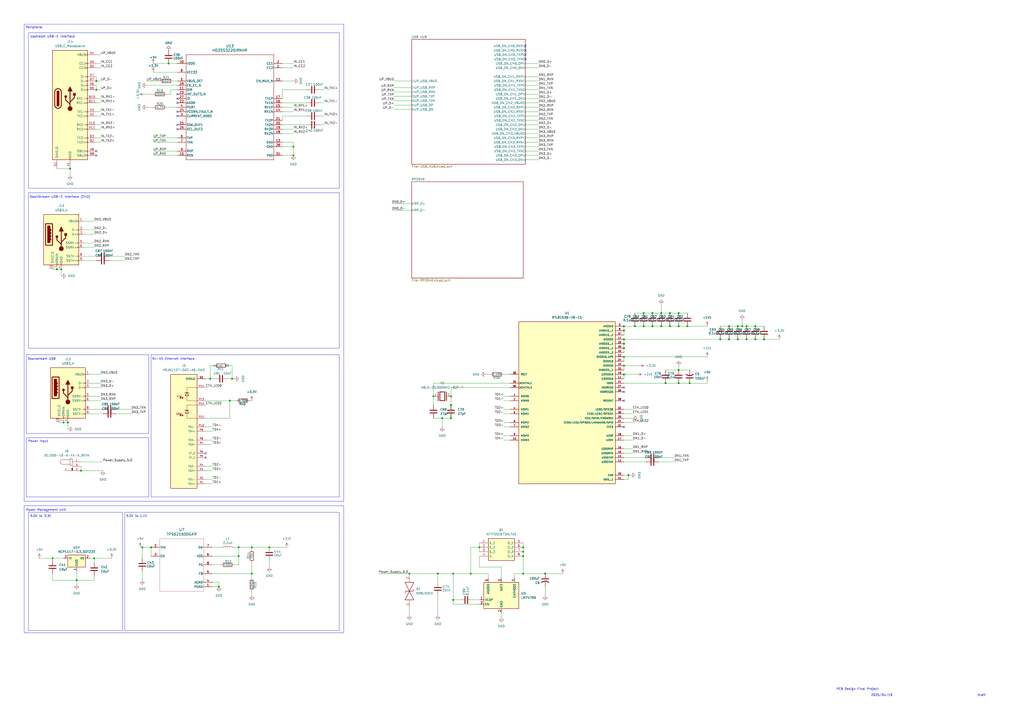
<source format=kicad_sch>
(kicad_sch (version 20250114) (generator "eeschema") (generator_version "9.0")
  (paper "A2")
  (rectangle (start 72.39 297.18) (end 196.85 365.76))
  (rectangle (start 15.24 205.74) (end 86.36 251.46))
  (rectangle (start 15.24 254) (end 86.36 288.29))
  (rectangle (start 16.51 19.05) (end 196.85 109.22))
  (rectangle (start 87.63 205.74) (end 196.85 288.29))
  (rectangle (start 16.51 297.18) (end 71.12 365.76))
  (rectangle (start 13.97 293.37) (end 199.39 367.03))
  (rectangle (start 13.97 13.97) (end 199.39 290.83))
  (rectangle (start 16.51 111.76) (end 196.85 201.93))
  (text "Downstream USB" (at 24.13 208.28 0) (effects (font (size 1.27 1.27))))
  (text "2025/04/19" (at 505.206 403.352 0) (effects (font (size 1.27 1.27)) (justify left)))
  (text "RJ-45 Ethernet Interface " (at 101.092 208.28 0) (effects (font (size 1.27 1.27))))
  (text "Draft" (at 566.928 403.352 0) (effects (font (size 1.27 1.27)) (justify left)))
  (text "PCB Design Final Project" (at 485.14 399.796 0) (effects (font (size 1.27 1.27)) (justify left)))
  (text "5.0V to 1.1V" (at 79.248 299.466 0) (effects (font (size 1.27 1.27))))
  (text "DownStream USB-C Interface (CH2)" (at 34.798 114.3 0) (effects (font (size 1.27 1.27))))
  (text "5.0V to 3.3V" (at 23.622 299.466 0) (effects (font (size 1.27 1.27))))
  (text "Upstream USB-C Interface" (at 30.48 21.336 0) (effects (font (size 1.27 1.27))))
  (text "Power Management Unit" (at 26.67 295.91 0) (effects (font (size 1.27 1.27))))
  (text "Peripheral" (at 19.812 16.002 0) (effects (font (size 1.27 1.27))))
  (text "Power Input" (at 22.098 256.032 0) (effects (font (size 1.27 1.27))))
  (junction (at 55.88 46.99))
  (junction (at 364.49 275.59))
  (junction (at 361.95 207.01))
  (junction (at 388.62 181.61))
  (junction (at 386.08 222.25))
  (junction (at 138.43 322.58))
  (junction (at 261.62 234.95))
  (junction (at 170.18 90.17))
  (junction (at 261.62 229.87))
  (junction (at 422.91 196.85))
  (junction (at 82.55 317.5))
  (junction (at 393.7 222.25))
  (junction (at 443.23 196.85))
  (junction (at 400.05 222.25))
  (junction (at 393.7 214.63))
  (junction (at 261.62 242.57))
  (junction (at 438.15 196.85))
  (junction (at 422.91 189.23))
  (junction (at 254 332.74))
  (junction (at 398.78 189.23))
  (junction (at 256.54 242.57))
  (junction (at 427.99 196.85))
  (junction (at 87.63 317.5))
  (junction (at 438.15 189.23))
  (junction (at 373.38 181.61))
  (junction (at 127 340.36))
  (junction (at 361.95 196.85))
  (junction (at 361.95 201.93))
  (junction (at 133.35 232.41))
  (junction (at 388.62 189.23))
  (junction (at 40.64 97.79))
  (junction (at 36.83 245.11))
  (junction (at 134.62 219.71))
  (junction (at 146.05 317.5))
  (junction (at 33.02 156.21))
  (junction (at 44.45 336.55))
  (junction (at 146.05 332.74))
  (junction (at 433.07 189.23))
  (junction (at 278.13 317.5))
  (junction (at 383.54 189.23))
  (junction (at 303.53 332.74))
  (junction (at 138.43 317.5))
  (junction (at 97.79 36.83))
  (junction (at 393.7 181.61))
  (junction (at 303.53 320.04))
  (junction (at 316.23 332.74))
  (junction (at 378.46 181.61))
  (junction (at 373.38 189.23))
  (junction (at 262.89 332.74))
  (junction (at 361.95 191.77))
  (junction (at 170.18 85.09))
  (junction (at 121.92 219.71))
  (junction (at 46.99 273.05))
  (junction (at 361.95 199.39))
  (junction (at 303.53 317.5))
  (junction (at 237.49 332.74))
  (junction (at 361.95 217.17))
  (junction (at 54.61 323.85))
  (junction (at 303.53 322.58))
  (junction (at 383.54 181.61))
  (junction (at 156.21 317.5))
  (junction (at 427.99 189.23))
  (junction (at 30.48 323.85))
  (junction (at 251.46 229.87))
  (junction (at 262.89 347.98))
  (junction (at 417.83 196.85))
  (junction (at 361.95 189.23))
  (junction (at 378.46 189.23))
  (junction (at 35.56 156.21))
  (junction (at 430.53 189.23))
  (junction (at 368.3 189.23))
  (junction (at 273.05 332.74))
  (junction (at 433.07 196.85))
  (junction (at 361.95 212.09))
  (junction (at 55.88 52.07))
  (junction (at 393.7 189.23))
  (junction (at 39.37 245.11))
  (no_connect (at 361.95 232.41))
  (no_connect (at 361.95 247.65))
  (no_connect (at 102.87 54.61))
  (no_connect (at 102.87 72.39))
  (no_connect (at 119.38 262.89))
  (no_connect (at 102.87 59.69))
  (no_connect (at 102.87 57.15))
  (no_connect (at 102.87 64.77))
  (no_connect (at 119.38 265.43))
  (no_connect (at 55.88 90.17))
  (no_connect (at 304.8 31.75))
  (no_connect (at 304.8 34.29))
  (no_connect (at 361.95 224.79))
  (no_connect (at 304.8 29.21))
  (no_connect (at 102.87 67.31))
  (no_connect (at 102.87 74.93))
  (no_connect (at 361.95 227.33))
  (no_connect (at 304.8 26.67))
  (no_connect (at 55.88 87.63))
  (wire (pts (xy 134.62 212.09) (xy 134.62 219.71)))
  (wire (pts (xy 410.21 207.01) (xy 361.95 207.01)))
  (wire (pts (xy 410.21 222.25) (xy 410.21 220.98)))
  (wire (pts (xy 262.89 332.74) (xy 273.05 332.74)))
  (wire (pts (xy 304.8 72.39) (xy 312.42 72.39)))
  (wire (pts (xy 304.8 67.31) (xy 312.42 67.31)))
  (wire (pts (xy 228.6 46.99) (xy 238.76 46.99)))
  (wire (pts (xy 295.91 247.65) (xy 292.1 247.65)))
  (wire (pts (xy 30.48 323.85) (xy 36.83 323.85)))
  (wire (pts (xy 386.08 222.25) (xy 393.7 222.25)))
  (wire (pts (xy 177.8 52.07) (xy 163.83 52.07)))
  (wire (pts (xy 261.62 224.79) (xy 261.62 229.87)))
  (wire (pts (xy 119.38 280.67) (xy 123.19 280.67)))
  (wire (pts (xy 304.8 46.99) (xy 312.42 46.99)))
  (wire (pts (xy 303.53 322.58) (xy 303.53 332.74)))
  (wire (pts (xy 443.23 196.85) (xy 452.12 196.85)))
  (wire (pts (xy 39.37 245.11) (xy 39.37 248.92)))
  (wire (pts (xy 163.83 36.83) (xy 170.18 36.83)))
  (wire (pts (xy 430.53 189.23) (xy 433.07 189.23)))
  (wire (pts (xy 54.61 323.85) (xy 54.61 326.39)))
  (wire (pts (xy 368.3 189.23) (xy 361.95 189.23)))
  (wire (pts (xy 52.07 232.41) (xy 58.42 232.41)))
  (wire (pts (xy 119.38 257.81) (xy 123.19 257.81)))
  (wire (pts (xy 177.8 59.69) (xy 163.83 59.69)))
  (wire (pts (xy 274.32 347.98) (xy 278.13 347.98)))
  (wire (pts (xy 295.91 237.49) (xy 292.1 237.49)))
  (wire (pts (xy 82.55 317.5) (xy 82.55 323.85)))
  (wire (pts (xy 273.05 317.5) (xy 278.13 317.5)))
  (wire (pts (xy 304.8 54.61) (xy 312.42 54.61)))
  (wire (pts (xy 251.46 242.57) (xy 256.54 242.57)))
  (wire (pts (xy 156.21 325.12) (xy 156.21 328.93)))
  (wire (pts (xy 382.27 267.97) (xy 391.16 267.97)))
  (wire (pts (xy 52.07 222.25) (xy 58.42 222.25)))
  (wire (pts (xy 119.38 255.27) (xy 123.19 255.27)))
  (wire (pts (xy 33.02 156.21) (xy 35.56 156.21)))
  (wire (pts (xy 146.05 342.9) (xy 146.05 345.44)))
  (wire (pts (xy 88.9 36.83) (xy 97.79 36.83)))
  (wire (pts (xy 127 337.82) (xy 127 340.36)))
  (wire (pts (xy 278.13 317.5) (xy 278.13 320.04)))
  (wire (pts (xy 121.92 219.71) (xy 124.46 219.71)))
  (wire (pts (xy 304.8 59.69) (xy 312.42 59.69)))
  (wire (pts (xy 361.95 278.13) (xy 364.49 278.13)))
  (wire (pts (xy 163.83 39.37) (xy 170.18 39.37)))
  (wire (pts (xy 55.88 44.45) (xy 55.88 46.99)))
  (wire (pts (xy 290.83 328.93) (xy 278.13 328.93)))
  (wire (pts (xy 237.49 353.06) (xy 237.49 356.87)))
  (wire (pts (xy 163.83 82.55) (xy 170.18 82.55)))
  (wire (pts (xy 304.8 77.47) (xy 312.42 77.47)))
  (wire (pts (xy 316.23 332.74) (xy 326.39 332.74)))
  (wire (pts (xy 361.95 191.77) (xy 361.95 194.31)))
  (wire (pts (xy 34.29 245.11) (xy 36.83 245.11)))
  (wire (pts (xy 304.8 57.15) (xy 312.42 57.15)))
  (wire (pts (xy 295.91 240.03) (xy 292.1 240.03)))
  (wire (pts (xy 163.83 90.17) (xy 170.18 90.17)))
  (wire (pts (xy 48.26 135.89) (xy 54.61 135.89)))
  (wire (pts (xy 121.92 212.09) (xy 121.92 219.71)))
  (wire (pts (xy 393.7 212.09) (xy 393.7 214.63)))
  (wire (pts (xy 378.46 189.23) (xy 373.38 189.23)))
  (wire (pts (xy 304.8 87.63) (xy 312.42 87.63)))
  (wire (pts (xy 304.8 49.53) (xy 312.42 49.53)))
  (wire (pts (xy 119.38 247.65) (xy 123.19 247.65)))
  (wire (pts (xy 46.99 270.51) (xy 46.99 273.05)))
  (wire (pts (xy 304.8 82.55) (xy 312.42 82.55)))
  (wire (pts (xy 228.6 50.8) (xy 238.76 50.8)))
  (wire (pts (xy 132.08 219.71) (xy 134.62 219.71)))
  (wire (pts (xy 30.48 323.85) (xy 30.48 325.12)))
  (wire (pts (xy 52.07 229.87) (xy 58.42 229.87)))
  (wire (pts (xy 135.89 317.5) (xy 138.43 317.5)))
  (wire (pts (xy 278.13 328.93) (xy 278.13 322.58)))
  (wire (pts (xy 30.48 156.21) (xy 33.02 156.21)))
  (wire (pts (xy 388.62 189.23) (xy 383.54 189.23)))
  (wire (pts (xy 254 332.74) (xy 254 337.82)))
  (wire (pts (xy 48.26 140.97) (xy 54.61 140.97)))
  (wire (pts (xy 36.83 245.11) (xy 39.37 245.11)))
  (wire (pts (xy 427.99 189.23) (xy 430.53 189.23)))
  (wire (pts (xy 262.89 347.98) (xy 262.89 350.52)))
  (wire (pts (xy 156.21 317.5) (xy 166.37 317.5)))
  (wire (pts (xy 295.91 224.79) (xy 261.62 224.79)))
  (wire (pts (xy 304.8 62.23) (xy 312.42 62.23)))
  (wire (pts (xy 316.23 340.36) (xy 316.23 345.44)))
  (wire (pts (xy 170.18 85.09) (xy 163.83 85.09)))
  (wire (pts (xy 361.95 207.01) (xy 361.95 209.55)))
  (wire (pts (xy 134.62 219.71) (xy 135.89 219.71)))
  (wire (pts (xy 433.07 189.23) (xy 438.15 189.23)))
  (wire (pts (xy 304.8 36.83) (xy 312.42 36.83)))
  (wire (pts (xy 52.07 237.49) (xy 59.69 237.49)))
  (wire (pts (xy 292.1 255.27) (xy 295.91 255.27)))
  (wire (pts (xy 303.53 332.74) (xy 316.23 332.74)))
  (wire (pts (xy 304.8 85.09) (xy 312.42 85.09)))
  (wire (pts (xy 393.7 222.25) (xy 400.05 222.25)))
  (wire (pts (xy 67.31 237.49) (xy 76.2 237.49)))
  (wire (pts (xy 54.61 336.55) (xy 44.45 336.55)))
  (wire (pts (xy 52.07 224.79) (xy 58.42 224.79)))
  (wire (pts (xy 304.8 92.71) (xy 312.42 92.71)))
  (wire (pts (xy 138.43 317.5) (xy 146.05 317.5)))
  (wire (pts (xy 228.6 58.42) (xy 238.76 58.42)))
  (wire (pts (xy 386.08 214.63) (xy 393.7 214.63)))
  (wire (pts (xy 361.95 222.25) (xy 386.08 222.25)))
  (wire (pts (xy 373.38 181.61) (xy 378.46 181.61)))
  (wire (pts (xy 185.42 52.07) (xy 187.96 52.07)))
  (wire (pts (xy 163.83 64.77) (xy 170.18 64.77)))
  (wire (pts (xy 254 345.44) (xy 254 356.87)))
  (wire (pts (xy 81.28 317.5) (xy 82.55 317.5)))
  (wire (pts (xy 304.8 39.37) (xy 312.42 39.37)))
  (wire (pts (xy 361.95 255.27) (xy 367.03 255.27)))
  (wire (pts (xy 303.53 317.5) (xy 303.53 320.04)))
  (wire (pts (xy 135.89 327.66) (xy 138.43 327.66)))
  (wire (pts (xy 88.9 90.17) (xy 102.87 90.17)))
  (wire (pts (xy 290.83 355.6) (xy 290.83 358.14)))
  (wire (pts (xy 368.3 181.61) (xy 373.38 181.61)))
  (wire (pts (xy 361.95 217.17) (xy 361.95 219.71)))
  (wire (pts (xy 433.07 196.85) (xy 438.15 196.85)))
  (wire (pts (xy 304.8 52.07) (xy 312.42 52.07)))
  (wire (pts (xy 383.54 189.23) (xy 378.46 189.23)))
  (wire (pts (xy 123.19 340.36) (xy 127 340.36)))
  (wire (pts (xy 170.18 85.09) (xy 170.18 90.17)))
  (wire (pts (xy 55.88 46.99) (xy 58.42 46.99)))
  (wire (pts (xy 54.61 323.85) (xy 64.77 323.85)))
  (wire (pts (xy 99.06 54.61) (xy 99.06 52.07)))
  (wire (pts (xy 262.89 347.98) (xy 266.7 347.98)))
  (wire (pts (xy 361.95 262.89) (xy 367.03 262.89)))
  (wire (pts (xy 163.83 62.23) (xy 170.18 62.23)))
  (wire (pts (xy 82.55 331.47) (xy 82.55 336.55)))
  (wire (pts (xy 304.8 90.17) (xy 312.42 90.17)))
  (wire (pts (xy 361.95 245.11) (xy 367.03 245.11)))
  (wire (pts (xy 383.54 181.61) (xy 388.62 181.61)))
  (wire (pts (xy 303.53 320.04) (xy 303.53 322.58)))
  (wire (pts (xy 87.63 322.58) (xy 87.63 317.5)))
  (wire (pts (xy 63.5 151.13) (xy 72.39 151.13)))
  (wire (pts (xy 119.38 270.51) (xy 123.19 270.51)))
  (wire (pts (xy 123.19 322.58) (xy 138.43 322.58)))
  (wire (pts (xy 219.71 332.74) (xy 237.49 332.74)))
  (wire (pts (xy 48.26 151.13) (xy 55.88 151.13)))
  (wire (pts (xy 170.18 82.55) (xy 170.18 85.09)))
  (wire (pts (xy 295.91 229.87) (xy 292.1 229.87)))
  (wire (pts (xy 304.8 64.77) (xy 312.42 64.77)))
  (wire (pts (xy 55.88 74.93) (xy 58.42 74.93)))
  (wire (pts (xy 187.96 72.39) (xy 185.42 72.39)))
  (wire (pts (xy 303.53 314.96) (xy 303.53 317.5)))
  (wire (pts (xy 83.82 54.61) (xy 88.9 54.61)))
  (wire (pts (xy 361.95 275.59) (xy 364.49 275.59)))
  (wire (pts (xy 177.8 67.31) (xy 163.83 67.31)))
  (wire (pts (xy 119.38 232.41) (xy 133.35 232.41)))
  (wire (pts (xy 123.19 332.74) (xy 146.05 332.74)))
  (wire (pts (xy 97.79 36.83) (xy 102.87 36.83)))
  (wire (pts (xy 273.05 332.74) (xy 283.21 332.74)))
  (wire (pts (xy 228.6 63.5) (xy 238.76 63.5)))
  (wire (pts (xy 361.95 237.49) (xy 367.03 237.49)))
  (wire (pts (xy 48.26 148.59) (xy 55.88 148.59)))
  (wire (pts (xy 361.95 196.85) (xy 417.83 196.85)))
  (wire (pts (xy 361.95 252.73) (xy 367.03 252.73)))
  (wire (pts (xy 163.83 77.47) (xy 170.18 77.47)))
  (wire (pts (xy 102.87 46.99) (xy 100.33 46.99)))
  (wire (pts (xy 295.91 222.25) (xy 251.46 222.25)))
  (wire (pts (xy 361.95 260.35) (xy 367.03 260.35)))
  (wire (pts (xy 378.46 181.61) (xy 383.54 181.61)))
  (wire (pts (xy 52.07 323.85) (xy 54.61 323.85)))
  (wire (pts (xy 227.33 118.11) (xy 238.76 118.11)))
  (wire (pts (xy 361.95 212.09) (xy 361.95 214.63)))
  (wire (pts (xy 124.46 212.09) (xy 121.92 212.09)))
  (wire (pts (xy 251.46 222.25) (xy 251.46 229.87)))
  (wire (pts (xy 54.61 334.01) (xy 54.61 336.55)))
  (wire (pts (xy 304.8 80.01) (xy 312.42 80.01)))
  (wire (pts (xy 40.64 97.79) (xy 40.64 101.6)))
  (wire (pts (xy 88.9 80.01) (xy 102.87 80.01)))
  (wire (pts (xy 163.83 52.07) (xy 163.83 57.15)))
  (wire (pts (xy 361.95 189.23) (xy 361.95 191.77)))
  (wire (pts (xy 163.83 46.99) (xy 170.18 46.99)))
  (wire (pts (xy 123.19 327.66) (xy 128.27 327.66)))
  (wire (pts (xy 400.05 222.25) (xy 410.21 222.25)))
  (wire (pts (xy 52.07 240.03) (xy 59.69 240.03)))
  (wire (pts (xy 290.83 335.28) (xy 290.83 328.93)))
  (wire (pts (xy 228.6 53.34) (xy 238.76 53.34)))
  (wire (pts (xy 163.83 74.93) (xy 170.18 74.93)))
  (wire (pts (xy 163.83 72.39) (xy 177.8 72.39)))
  (wire (pts (xy 422.91 189.23) (xy 427.99 189.23)))
  (wire (pts (xy 48.26 133.35) (xy 54.61 133.35)))
  (wire (pts (xy 82.55 317.5) (xy 87.63 317.5)))
  (wire (pts (xy 298.45 332.74) (xy 303.53 332.74)))
  (wire (pts (xy 227.33 121.92) (xy 238.76 121.92)))
  (wire (pts (xy 438.15 196.85) (xy 443.23 196.85)))
  (wire (pts (xy 393.7 189.23) (xy 388.62 189.23)))
  (wire (pts (xy 278.13 314.96) (xy 278.13 317.5)))
  (wire (pts (xy 283.21 332.74) (xy 283.21 335.28)))
  (wire (pts (xy 88.9 87.63) (xy 102.87 87.63)))
  (wire (pts (xy 262.89 350.52) (xy 278.13 350.52)))
  (wire (pts (xy 410.21 189.23) (xy 398.78 189.23)))
  (wire (pts (xy 254 332.74) (xy 262.89 332.74)))
  (wire (pts (xy 261.62 234.95) (xy 261.62 242.57)))
  (wire (pts (xy 55.88 49.53) (xy 55.88 52.07)))
  (wire (pts (xy 44.45 331.47) (xy 44.45 336.55)))
  (wire (pts (xy 361.95 212.09) (xy 370.84 212.09)))
  (wire (pts (xy 361.95 201.93) (xy 361.95 204.47)))
  (wire (pts (xy 228.6 60.96) (xy 238.76 60.96)))
  (wire (pts (xy 119.38 278.13) (xy 123.19 278.13)))
  (wire (pts (xy 30.48 332.74) (xy 30.48 336.55)))
  (wire (pts (xy 185.42 67.31) (xy 187.96 67.31)))
  (wire (pts (xy 393.7 214.63) (xy 400.05 214.63)))
  (wire (pts (xy 48.26 128.27) (xy 54.61 128.27)))
  (wire (pts (xy 119.38 242.57) (xy 133.35 242.57)))
  (wire (pts (xy 295.91 245.11) (xy 292.1 245.11)))
  (wire (pts (xy 119.38 219.71) (xy 121.92 219.71)))
  (wire (pts (xy 361.95 196.85) (xy 361.95 199.39)))
  (wire (pts (xy 58.42 31.75) (xy 55.88 31.75)))
  (wire (pts (xy 361.95 265.43) (xy 374.65 265.43)))
  (wire (pts (xy 304.8 69.85) (xy 312.42 69.85)))
  (wire (pts (xy 88.9 41.91) (xy 102.87 41.91)))
  (wire (pts (xy 417.83 189.23) (xy 422.91 189.23)))
  (wire (pts (xy 382.27 265.43) (xy 391.16 265.43)))
  (wire (pts (xy 46.99 273.05) (xy 59.69 273.05)))
  (wire (pts (xy 388.62 181.61) (xy 393.7 181.61)))
  (wire (pts (xy 361.95 217.17) (xy 369.57 217.17)))
  (wire (pts (xy 55.88 36.83) (xy 58.42 36.83)))
  (wire (pts (xy 146.05 317.5) (xy 146.05 318.77)))
  (wire (pts (xy 88.9 82.55) (xy 102.87 82.55)))
  (wire (pts (xy 63.5 148.59) (xy 72.39 148.59)))
  (wire (pts (xy 48.26 143.51) (xy 54.61 143.51)))
  (wire (pts (xy 138.43 322.58) (xy 138.43 317.5)))
  (wire (pts (xy 52.07 217.17) (xy 58.42 217.17)))
  (wire (pts (xy 361.95 240.03) (xy 367.03 240.03)))
  (wire (pts (xy 46.99 267.97) (xy 59.69 267.97)))
  (wire (pts (xy 22.86 323.85) (xy 30.48 323.85)))
  (wire (pts (xy 427.99 196.85) (xy 433.07 196.85)))
  (wire (pts (xy 85.09 46.99) (xy 92.71 46.99)))
  (wire (pts (xy 361.95 199.39) (xy 361.95 201.93)))
  (wire (pts (xy 99.06 52.07) (xy 102.87 52.07)))
  (wire (pts (xy 361.95 267.97) (xy 374.65 267.97)))
  (wire (pts (xy 55.88 67.31) (xy 58.42 67.31)))
  (wire (pts (xy 284.48 217.17) (xy 281.94 217.17)))
  (wire (pts (xy 85.09 49.53) (xy 102.87 49.53)))
  (wire (pts (xy 146.05 317.5) (xy 156.21 317.5)))
  (wire (pts (xy 261.62 229.87) (xy 261.62 234.95)))
  (wire (pts (xy 146.05 332.74) (xy 146.05 326.39)))
  (wire (pts (xy 44.45 336.55) (xy 44.45 339.09)))
  (wire (pts (xy 96.52 54.61) (xy 99.06 54.61)))
  (wire (pts (xy 298.45 335.28) (xy 298.45 332.74)))
  (wire (pts (xy 96.52 62.23) (xy 102.87 62.23)))
  (wire (pts (xy 55.88 59.69) (xy 58.42 59.69)))
  (wire (pts (xy 123.19 317.5) (xy 128.27 317.5)))
  (wire (pts (xy 438.15 189.23) (xy 443.23 189.23)))
  (wire (pts (xy 55.88 72.39) (xy 58.42 72.39)))
  (wire (pts (xy 55.88 64.77) (xy 58.42 64.77)))
  (wire (pts (xy 364.49 275.59) (xy 365.76 275.59)))
  (wire (pts (xy 393.7 181.61) (xy 398.78 181.61)))
  (wire (pts (xy 187.96 59.69) (xy 185.42 59.69)))
  (wire (pts (xy 138.43 327.66) (xy 138.43 322.58)))
  (wire (pts (xy 383.54 176.53) (xy 383.54 181.61)))
  (wire (pts (xy 55.88 39.37) (xy 58.42 39.37)))
  (wire (pts (xy 295.91 252.73) (xy 292.1 252.73)))
  (wire (pts (xy 237.49 332.74) (xy 254 332.74)))
  (wire (pts (xy 273.05 332.74) (xy 273.05 317.5)))
  (wire (pts (xy 55.88 82.55) (xy 58.42 82.55)))
  (wire (pts (xy 146.05 332.74) (xy 146.05 335.28)))
  (wire (pts (xy 132.08 212.09) (xy 134.62 212.09)))
  (wire (pts (xy 251.46 229.87) (xy 251.46 234.95)))
  (wire (pts (xy 119.38 273.05) (xy 123.19 273.05)))
  (wire (pts (xy 133.35 232.41) (xy 137.16 232.41)))
  (wire (pts (xy 228.6 55.88) (xy 238.76 55.88)))
  (wire (pts (xy 144.78 232.41) (xy 146.05 232.41)))
  (wire (pts (xy 55.88 80.01) (xy 58.42 80.01)))
  (wire (pts (xy 85.09 62.23) (xy 88.9 62.23)))
  (wire (pts (xy 417.83 196.85) (xy 422.91 196.85)))
  (wire (pts (xy 40.64 97.79) (xy 33.02 97.79)))
  (wire (pts (xy 256.54 242.57) (xy 256.54 247.65)))
  (wire (pts (xy 133.35 242.57) (xy 133.35 232.41)))
  (wire (pts (xy 361.95 242.57) (xy 367.03 242.57)))
  (wire (pts (xy 262.89 332.74) (xy 262.89 347.98)))
  (wire (pts (xy 55.88 52.07) (xy 58.42 52.07)))
  (wire (pts (xy 123.19 337.82) (xy 127 337.82)))
  (wire (pts (xy 373.38 189.23) (xy 368.3 189.23)))
  (wire (pts (xy 398.78 189.23) (xy 393.7 189.23)))
  (wire (pts (xy 295.91 217.17) (xy 292.1 217.17)))
  (wire (pts (xy 430.53 185.42) (xy 430.53 189.23)))
  (wire (pts (xy 119.38 250.19) (xy 123.19 250.19)))
  (wire (pts (xy 163.83 67.31) (xy 163.83 69.85)))
  (wire (pts (xy 67.31 240.03) (xy 76.2 240.03)))
  (wire (pts (xy 55.88 57.15) (xy 58.42 57.15)))
  (wire (pts (xy 364.49 278.13) (xy 364.49 275.59)))
  (wire (pts (xy 304.8 74.93) (xy 312.42 74.93)))
  (wire (pts (xy 295.91 232.41) (xy 292.1 232.41)))
  (wire (pts (xy 422.91 196.85) (xy 427.99 196.85)))
  (wire (pts (xy 256.54 242.57) (xy 261.62 242.57)))
  (wire (pts (xy 304.8 44.45) (xy 312.42 44.45)))
  (wire (pts (xy 35.56 156.21) (xy 35.56 160.02)))
  (wire (pts (xy 30.48 336.55) (xy 44.45 336.55)))
  (label "UP_D-" (at 58.42 46.99 0))
  (label "IN_TX1+" (at 187.96 52.07 0))
  (label "DN1_TXP" (at 391.16 267.97 0))
  (label "UP_RXP" (at 88.9 87.63 0))
  (label "TD3-" (at 123.19 255.27 0))
  (label "IN_RX2+" (at 58.42 74.93 0))
  (label "DN3_D-" (at 58.42 222.25 0))
  (label "Power_Supply_5.0" (at 59.69 267.97 0))
  (label "TD2-" (at 123.19 270.51 0))
  (label "TD4+" (at 123.19 250.19 0))
  (label "UP_VBUS" (at 58.42 31.75 0))
  (label "TD2+" (at 123.19 273.05 0))
  (label "UP_TXP" (at 88.9 80.01 0))
  (label "DN3_VBUS" (at 312.42 77.47 0))
  (label "DN2_D-" (at 312.42 74.93 0))
  (label "IN_CC1" (at 58.42 36.83 0))
  (label "DN2_RXN" (at 54.61 140.97 0))
  (label "IN_TX2-" (at 187.96 72.39 0))
  (label "DN1_D+" (at 312.42 54.61 0))
  (label "UP_D-" (at 228.6 63.5 180))
  (label "DN2_D+" (at 54.61 135.89 0))
  (label "IN_TX1-" (at 58.42 64.77 0))
  (label "DN2_RXP" (at 312.42 62.23 0))
  (label "TD1-" (at 123.19 278.13 0))
  (label "IN_TX1-" (at 187.96 59.69 0))
  (label "TD2-" (at 292.1 240.03 180))
  (label "DN2_VBUS" (at 312.42 59.69 0))
  (label "IN_RX2-" (at 170.18 77.47 0))
  (label "DN3_RXN" (at 58.42 229.87 0))
  (label "DN2_TXN" (at 312.42 69.85 0))
  (label "Power_Supply_5.0" (at 219.71 332.74 0))
  (label "DN1_RXP" (at 367.03 260.35 0))
  (label "IN_RX1+" (at 170.18 62.23 0))
  (label "DN1_RXN" (at 367.03 262.89 0))
  (label "TD1+" (at 123.19 280.67 0))
  (label "DN0_D+" (at 312.42 36.83 0))
  (label "DN2_RXP" (at 54.61 143.51 0))
  (label "UP_TXN" (at 228.6 58.42 180))
  (label "DN2_RXN" (at 312.42 64.77 0))
  (label "TD3+" (at 292.1 245.11 180))
  (label "UP_VBUS" (at 228.6 46.99 180))
  (label "TD4-" (at 123.19 247.65 0))
  (label "UP_TXP" (at 228.6 55.88 180))
  (label "IN_TX2+" (at 187.96 67.31 0))
  (label "DN1_RXN" (at 312.42 46.99 0))
  (label "DN1_D+" (at 367.03 252.73 0))
  (label "DN0_D-" (at 227.33 121.92 0))
  (label "DN3_RXP" (at 312.42 80.01 0))
  (label "ETH_LED0" (at 367.03 237.49 0))
  (label "DN1_TXN" (at 312.42 52.07 0))
  (label "TD4+" (at 292.1 252.73 180))
  (label "UP_TXN" (at 88.9 82.55 0))
  (label "ETH_LED1" (at 367.03 240.03 0))
  (label "DN2_D-" (at 54.61 133.35 0))
  (label "DN0_D+" (at 227.33 118.11 0))
  (label "IN_CC2" (at 170.18 39.37 0))
  (label "IN_CC1" (at 170.18 36.83 0))
  (label "DN2_VBUS" (at 54.61 128.27 0))
  (label "DN2_TXN" (at 72.39 148.59 0))
  (label "DN1_TXP" (at 312.42 49.53 0))
  (label "TD3+" (at 123.19 257.81 0))
  (label "DN3_TXN" (at 312.42 87.63 0))
  (label "TD4-" (at 292.1 255.27 180))
  (label "IN_TX2-" (at 58.42 80.01 0))
  (label "DN3_TXP" (at 312.42 85.09 0))
  (label "UP_D+" (at 58.42 52.07 0))
  (label "IN_RX2+" (at 170.18 74.93 0))
  (label "DN1_D-" (at 312.42 57.15 0))
  (label "ETH_LED0" (at 119.38 224.79 0))
  (label "IN_TX1+" (at 58.42 67.31 0))
  (label "TD3-" (at 292.1 247.65 180))
  (label "IN_TX2+" (at 58.42 82.55 0))
  (label "DN2_TXP" (at 312.42 67.31 0))
  (label "DN2_TXP" (at 72.39 151.13 0))
  (label "ETH_LED2" (at 367.03 245.11 0))
  (label "DN3_TXP" (at 76.2 240.03 0))
  (label "DN3_D+" (at 58.42 224.79 0))
  (label "IN_RX1-" (at 170.18 64.77 0))
  (label "DN3_RXN" (at 312.42 82.55 0))
  (label "DN2_D+" (at 312.42 72.39 0))
  (label "DN3_TXN" (at 76.2 237.49 0))
  (label "TD1+" (at 292.1 229.87 180))
  (label "IN_RX2-" (at 58.42 72.39 0))
  (label "IN_CC2" (at 58.42 39.37 0))
  (label "ETH_LED2" (at 119.38 234.95 0))
  (label "DN0_D-" (at 312.42 39.37 0))
  (label "UP_D+" (at 228.6 60.96 180))
  (label "TD2+" (at 292.1 237.49 180))
  (label "UP_RXN" (at 228.6 53.34 180))
  (label "DN1_RXP" (at 312.42 44.45 0))
  (label "TD1-" (at 292.1 232.41 180))
  (label "IN_RX1+" (at 58.42 59.69 0))
  (label "DN1_TXN" (at 391.16 265.43 0))
  (label "DN3_D+" (at 312.42 90.17 0))
  (label "UP_VBUS" (at 85.09 46.99 0))
  (label "DN3_VBUS" (at 58.42 217.17 0))
  (label "DN3_D-" (at 312.42 92.71 0))
  (label "DN1_D-" (at 367.03 255.27 0))
  (label "DN3_RXP" (at 58.42 232.41 0))
  (label "IN_RX1-" (at 58.42 57.15 0))
  (label "UP_RXN" (at 88.9 90.17 0))
  (label "UP_RXP" (at 228.6 50.8 180))
  (symbol (lib_id "power:GND") (at 237.49 356.87 0) (unit 1)
    (property "Reference" "#PWR0109" (effects (hide yes)))
    (property "Value" "GND" (at 237.49 361.95 0))
    (property "Description" "Power symbol creates a global label with name \"GND\" , ground" (effects (hide yes)))
  )
  (symbol (lib_id "power:GND") (at 59.69 273.05 0) (unit 1)
    (property "Reference" "#PWR036" (effects (hide yes)))
    (property "Value" "GND" (at 59.69 278.13 0))
    (property "Description" "Power symbol creates a global label with name \"GND\" , ground" (effects (hide yes)))
  )
  (symbol (lib_id "NTTFS5C673NLTAG:NTTFS5C673NLTAG") (at 278.13 314.96 0) (unit 1)
    (property "Reference" "Q1" (at 290.83 307.34 0))
    (property "Value" "NTTFS5C673NLTAG" (at 290.83 309.88 0))
    (property "Footprint" "NVTFS6H854NTAG" (effects (hide yes)))
    (property "Datasheet" "https://www.onsemi.com/pub/Collateral/NTTFS5C673NL-D.PDF" (effects (hide yes)))
    (property "Description" "Low RDS(on); Low Input Capacitance; Small Footprint (3.3x3.3 mm); RoHS Compliant" (effects (hide yes)))
    (property "Mouser Part Number" "863-NTTFS5C673NLTAG" (effects (hide yes)))
    (property "Mouser Price/Stock" "https://www.mouser.co.uk/ProductDetail/onsemi/NTTFS5C673NLTAG?qs=slMPpRTKD5r23pDctKfw6A%3D%3D" (effects (hide yes)))
    (property "Manufacturer_Name" "onsemi" (effects (hide yes)))
    (property "Manufacturer_Part_Number" "NTTFS5C673NLTAG" (effects (hide yes)))
  )
  (symbol (lib_id "Device:C") (at 368.3 185.42 0) (unit 1)
    (property "Reference" "C79" (at 361.95 183.642 0) (effects (justify left)))
    (property "Value" "0.1uF" (at 361.442 185.674 0) (effects (justify left)))
    (property "Footprint" "Capacitor_SMD:C_0603_1608Metric" (effects (hide yes)))
    (property "Description" "Unpolarized capacitor" (effects (hide yes)))
  )
  (symbol (lib_id "Device:C") (at 422.91 193.04 0) (unit 1)
    (property "Reference" "C94" (at 416.56 191.262 0) (effects (justify left)))
    (property "Value" "0.1uF" (at 416.052 193.294 0) (effects (justify left)))
    (property "Footprint" "Capacitor_SMD:C_0603_1608Metric" (effects (hide yes)))
    (property "Description" "Unpolarized capacitor" (effects (hide yes)))
  )
  (symbol (lib_id "Connector:USB3_A") (at 35.56 138.43 0) (unit 1)
    (property "Reference" "J13" (at 35.56 119.38 0))
    (property "Value" "USB3_A" (at 35.56 121.92 0))
    (property "Description" "USB 3.0 A connector" (effects (hide yes)))
  )
  (symbol (lib_id "power:+1V1") (at 166.37 317.5 0) (unit 1)
    (property "Reference" "#PWR041" (effects (hide yes)))
    (property "Value" "+1V1" (at 166.37 312.42 0))
    (property "Description" "Power symbol creates a global label with name \"+1V1\"" (effects (hide yes)))
  )
  (symbol (lib_id "Device:C") (at 378.46 267.97 90) (unit 1)
    (property "Reference" "C90" (at 377.952 264.922 90) (effects (justify left)))
    (property "Value" "100nF" (at 384.556 264.922 90) (effects (justify left)))
    (property "Footprint" "Capacitor_SMD:C_0603_1608Metric" (effects (hide yes)))
    (property "Description" "Unpolarized capacitor" (effects (hide yes)))
  )
  (symbol (lib_id "Device:R") (at 96.52 46.99 90) (unit 1)
    (property "Reference" "R21" (at 96.52 44.958 90))
    (property "Value" "900K" (at 96.52 46.99 90))
    (property "Footprint" "Resistor_SMD:R_0603_1608Metric" (effects (hide yes)))
    (property "Description" "Resistor" (effects (hide yes)))
  )
  (symbol (lib_id "Device:C") (at 30.48 328.93 0) (unit 1)
    (property "Reference" "C41" (at 34.29 327.6599 0) (effects (justify left)))
    (property "Value" "10μF" (at 34.29 330.1999 0) (effects (justify left)))
    (property "Footprint" "Capacitor_SMD:C_0603_1608Metric" (effects (hide yes)))
    (property "Description" "Unpolarized capacitor" (effects (hide yes)))
  )
  (symbol (lib_id "Device:C") (at 254 341.63 0) (unit 1)
    (property "Reference" "C71" (at 256.794 340.36 0) (effects (justify left)))
    (property "Value" "22nF" (at 256.54 342.392 0) (effects (justify left)))
    (property "Footprint" "Capacitor_SMD:C_0603_1608Metric" (effects (hide yes)))
    (property "Description" "Unpolarized capacitor" (effects (hide yes)))
  )
  (symbol (lib_id "power:GND") (at 85.09 62.23 270) (unit 1)
    (property "Reference" "#PWR064" (effects (hide yes)))
    (property "Value" "GND" (at 80.772 62.23 0))
    (property "Description" "Power symbol creates a global label with name \"GND\" , ground" (effects (hide yes)))
  )
  (symbol (lib_id "SMBJ33CA:SMBJ33CA") (at 237.49 353.06 90) (unit 1)
    (property "Reference" "D1" (at 241.3 341.6299 90) (effects (justify right)))
    (property "Value" "SMBJ33CA" (at 241.3 344.1699 90) (effects (justify right)))
    (property "Footprint" "DIONM5436X261N" (effects (hide yes)))
    (property "Datasheet" "https://www.arrow.com/en/products/smbj33ca/littelfuse" (effects (hide yes)))
    (property "Description" "Littelfuse SMBJ33CA, Bi-Directional TVS Diode, 600W, 2-Pin DO-214AA" (effects (hide yes)))
    (property "Height" "2.61" (effects (hide yes)))
    (property "Mouser Part Number" "576-SMBJ33CA" (effects (hide yes)))
    (property "Mouser Price/Stock" "https://www.mouser.co.uk/ProductDetail/Littelfuse/SMBJ33CA?qs=JJML70Qc14vzMDBYQJ3rYw%3D%3D" (effects (hide yes)))
    (property "Manufacturer_Name" "LITTELFUSE" (effects (hide yes)))
    (property "Manufacturer_Part_Number" "SMBJ33CA" (effects (hide yes)))
  )
  (symbol (lib_id "Device:C_US") (at 400.05 218.44 180) (unit 1)
    (property "Reference" "C5" (at 403.098 216.916 0) (effects (justify right)))
    (property "Value" "100uF" (at 403.098 219.456 0) (effects (justify right)))
    (property "Footprint" "Capacitor_SMD:C_0603_1608Metric" (effects (hide yes)))
    (property "Description" "capacitor, US symbol" (effects (hide yes)))
  )
  (symbol (lib_id "power:GND") (at 316.23 345.44 0) (unit 1)
    (property "Reference" "#PWR0119" (effects (hide yes)))
    (property "Value" "GND" (at 316.23 350.52 0))
    (property "Description" "Power symbol creates a global label with name \"GND\" , ground" (effects (hide yes)))
  )
  (symbol (lib_id "power:+5V") (at 88.9 36.83 0) (unit 1)
    (property "Reference" "#PWR065" (effects (hide yes)))
    (property "Value" "+5V" (at 88.9 33.274 0))
    (property "Description" "Power symbol creates a global label with name \"+5V\"" (effects (hide yes)))
  )
  (symbol (lib_id "Device:C") (at 443.23 193.04 0) (unit 1)
    (property "Reference" "C98" (at 436.88 191.262 0) (effects (justify left)))
    (property "Value" "0.1uF" (at 436.372 193.294 0) (effects (justify left)))
    (property "Footprint" "Capacitor_SMD:C_0603_1608Metric" (effects (hide yes)))
    (property "Description" "Unpolarized capacitor" (effects (hide yes)))
  )
  (symbol (lib_id "power:GND") (at 44.45 339.09 0) (unit 1)
    (property "Reference" "#PWR071" (effects (hide yes)))
    (property "Value" "GND" (at 44.45 344.17 0))
    (property "Description" "Power symbol creates a global label with name \"GND\" , ground" (effects (hide yes)))
  )
  (symbol (lib_id "power:+1V1") (at 369.57 217.17 270) (unit 1)
    (property "Reference" "#PWR095" (effects (hide yes)))
    (property "Value" "+1V1" (at 373.38 217.1699 90) (effects (justify left)))
    (property "Description" "Power symbol creates a global label with name \"+1V1\"" (effects (hide yes)))
  )
  (symbol (lib_id "power:+5V") (at 326.39 332.74 0) (unit 1)
    (property "Reference" "#PWR0120" (effects (hide yes)))
    (property "Value" "+5V" (at 326.39 327.66 0))
    (property "Description" "Power symbol creates a global label with name \"+5V\"" (effects (hide yes)))
  )
  (symbol (lib_id "Device:C") (at 438.15 193.04 0) (unit 1)
    (property "Reference" "C97" (at 431.8 191.262 0) (effects (justify left)))
    (property "Value" "0.1uF" (at 431.292 193.294 0) (effects (justify left)))
    (property "Footprint" "Capacitor_SMD:C_0603_1608Metric" (effects (hide yes)))
    (property "Description" "Unpolarized capacitor" (effects (hide yes)))
  )
  (symbol (lib_id "power:+3.3V") (at 370.84 212.09 270) (unit 1)
    (property "Reference" "#PWR098" (effects (hide yes)))
    (property "Value" "+3.3V" (at 374.65 212.0899 90) (effects (justify left)))
    (property "Description" "Power symbol creates a global label with name \"+3.3V\"" (effects (hide yes)))
  )
  (symbol (lib_id "power:GND") (at 365.76 275.59 90) (unit 1)
    (property "Reference" "#PWR055" (effects (hide yes)))
    (property "Value" "GND" (at 370.84 275.59 0))
    (property "Description" "Power symbol creates a global label with name \"GND\" , ground" (effects (hide yes)))
  )
  (symbol (lib_id "power:GND") (at 127 340.36 0) (unit 1)
    (property "Reference" "#PWR039" (effects (hide yes)))
    (property "Value" "GND" (at 127 345.44 0))
    (property "Description" "Power symbol creates a global label with name \"GND\" , ground" (effects (hide yes)))
  )
  (symbol (lib_id "Device:C") (at 398.78 185.42 0) (unit 1)
    (property "Reference" "C92" (at 392.43 183.642 0) (effects (justify left)))
    (property "Value" "0.1uF" (at 391.922 185.674 0) (effects (justify left)))
    (property "Footprint" "Capacitor_SMD:C_0603_1608Metric" (effects (hide yes)))
    (property "Description" "Unpolarized capacitor" (effects (hide yes)))
  )
  (symbol (lib_id "Device:C") (at 97.79 33.02 0) (unit 1)
    (property "Reference" "C36" (at 100.584 31.75 0) (effects (justify left)))
    (property "Value" "100nF" (at 100.33 33.782 0) (effects (justify left)))
    (property "Footprint" "Capacitor_SMD:C_0603_1608Metric" (effects (hide yes)))
    (property "Description" "Unpolarized capacitor" (effects (hide yes)))
  )
  (symbol (lib_id "ARJM11D7-502-AB-EW2:ARJM11D7-502-AB-EW2") (at 106.68 250.19 180) (unit 1)
    (property "Reference" "J5" (at 106.68 212.09 0))
    (property "Value" "ARJM11D7-502-AB-EW2" (at 106.68 214.63 0))
    (property "Footprint" "ARJM11D7-502-AB-EW2:ABRACON_ARJM11D7-502-AB-EW2" (effects (hide yes)))
    (property "MF" "Abracon LLC" (effects (hide yes)))
    (property "MAXIMUM_PACKAGE_HEIGHT" "13.8mm" (effects (hide yes)))
    (property "Package" "None" (effects (hide yes)))
    (property "Price" "None" (effects (hide yes)))
    (property "Check_prices" "https://www.snapeda.com/parts/ARJM11D7-502-AB-EW2/Abracon/view-part/?ref=eda" (effects (hide yes)))
    (property "STANDARD" "Manufacturer Recommendations" (effects (hide yes)))
    (property "PARTREV" "01-21-20" (effects (hide yes)))
    (property "SnapEDA_Link" "https://www.snapeda.com/parts/ARJM11D7-502-AB-EW2/Abracon/view-part/?ref=snap" (effects (hide yes)))
    (property "MP" "ARJM11D7-502-AB-EW2" (effects (hide yes)))
    (property "Description_1" "1 Port RJ45 Magjack Connector Through Hole 10/100/1000 Base-T, AutoMDIX" (effects (hide yes)))
    (property "MANUFACTURER" "Abracon" (effects (hide yes)))
    (property "Availability" "In Stock" (effects (hide yes)))
    (property "SNAPEDA_PN" "ARJM11D7-502-AB-EW2" (effects (hide yes)))
  )
  (symbol (lib_id "Device:C") (at 63.5 237.49 90) (unit 1)
    (property "Reference" "C85" (at 62.992 234.442 90) (effects (justify left)))
    (property "Value" "100nF" (at 69.596 234.442 90) (effects (justify left)))
    (property "Footprint" "Capacitor_SMD:C_0603_1608Metric" (effects (hide yes)))
    (property "Description" "Unpolarized capacitor" (effects (hide yes)))
  )
  (symbol (lib_id "Device:C") (at 59.69 151.13 90) (unit 1)
    (property "Reference" "C88" (at 59.182 148.082 90) (effects (justify left)))
    (property "Value" "100nF" (at 65.786 148.082 90) (effects (justify left)))
    (property "Footprint" "Capacitor_SMD:C_0603_1608Metric" (effects (hide yes)))
    (property "Description" "Unpolarized capacitor" (effects (hide yes)))
  )
  (symbol (lib_id "Device:C") (at 181.61 67.31 90) (unit 1)
    (property "Reference" "C39" (at 180.848 64.262 90) (effects (justify left)))
    (property "Value" "100nF" (at 187.198 64.262 90) (effects (justify left)))
    (property "Footprint" "Capacitor_SMD:C_0603_1608Metric" (effects (hide yes)))
    (property "Description" "Unpolarized capacitor" (effects (hide yes)))
  )
  (symbol (lib_id "power:GND") (at 256.54 247.65 0) (unit 1)
    (property "Reference" "#PWR0108" (effects (hide yes)))
    (property "Value" "GND" (at 256.54 252.73 0))
    (property "Description" "Power symbol creates a global label with name \"GND\" , ground" (effects (hide yes)))
  )
  (symbol (lib_id "power:GND") (at 82.55 336.55 0) (unit 1)
    (property "Reference" "#PWR038" (effects (hide yes)))
    (property "Value" "GND" (at 82.55 341.63 0))
    (property "Description" "Power symbol creates a global label with name \"GND\" , ground" (effects (hide yes)))
  )
  (symbol (lib_id "power:GND") (at 254 356.87 0) (unit 1)
    (property "Reference" "#PWR0117" (effects (hide yes)))
    (property "Value" "GND" (at 254 361.95 0))
    (property "Description" "Power symbol creates a global label with name \"GND\" , ground" (effects (hide yes)))
  )
  (symbol (lib_id "Connector:USB3_A") (at 39.37 227.33 0) (unit 1)
    (property "Reference" "J12" (at 39.37 208.28 0))
    (property "Value" "USB3_A" (at 39.37 210.82 0))
    (property "Description" "USB 3.0 A connector" (effects (hide yes)))
  )
  (symbol (lib_id "power:+5V") (at 81.28 317.5 0) (unit 1)
    (property "Reference" "#PWR037" (effects (hide yes)))
    (property "Value" "+5V" (at 81.28 312.42 0))
    (property "Description" "Power symbol creates a global label with name \"+5V\"" (effects (hide yes)))
  )
  (symbol (lib_id "Device:C") (at 63.5 240.03 90) (unit 1)
    (property "Reference" "C86" (at 62.992 236.982 90) (effects (justify left)))
    (property "Value" "100nF" (at 69.596 236.982 90) (effects (justify left)))
    (property "Footprint" "Capacitor_SMD:C_0603_1608Metric" (effects (hide yes)))
    (property "Description" "Unpolarized capacitor" (effects (hide yes)))
  )
  (symbol (lib_id "Device:C") (at 181.61 59.69 90) (unit 1)
    (property "Reference" "C38" (at 180.086 56.642 90) (effects (justify left)))
    (property "Value" "100nF" (at 186.69 56.642 90) (effects (justify left)))
    (property "Footprint" "Capacitor_SMD:C_0603_1608Metric" (effects (hide yes)))
    (property "Description" "Unpolarized capacitor" (effects (hide yes)))
  )
  (symbol (lib_id "Device:R") (at 140.97 232.41 270) (unit 1)
    (property "Reference" "R40" (at 140.716 234.442 90))
    (property "Value" "470R" (at 140.97 232.41 90))
    (property "Footprint" "Resistor_SMD:R_0603_1608Metric" (effects (hide yes)))
    (property "Description" "Resistor" (effects (hide yes)))
  )
  (symbol (lib_id "Device:C") (at 383.54 185.42 0) (unit 1)
    (property "Reference" "C82" (at 377.19 183.642 0) (effects (justify left)))
    (property "Value" "0.1uF" (at 376.682 185.674 0) (effects (justify left)))
    (property "Footprint" "Capacitor_SMD:C_0603_1608Metric" (effects (hide yes)))
    (property "Description" "Unpolarized capacitor" (effects (hide yes)))
  )
  (symbol (lib_id "Device:C") (at 251.46 238.76 0) (unit 1)
    (property "Reference" "C69" (at 255.27 237.4899 0) (effects (justify left)))
    (property "Value" "27pF" (at 255.27 240.0299 0) (effects (justify left)))
    (property "Footprint" "Capacitor_SMD:C_0603_1608Metric" (effects (hide yes)))
    (property "Description" "Unpolarized capacitor" (effects (hide yes)))
  )
  (symbol (lib_id "power:GND") (at 146.05 345.44 0) (unit 1)
    (property "Reference" "#PWR040" (effects (hide yes)))
    (property "Value" "GND" (at 146.05 350.52 0))
    (property "Description" "Power symbol creates a global label with name \"GND\" , ground" (effects (hide yes)))
  )
  (symbol (lib_id "RTL8153B-VB-CG:RTL8153B-VB-CG") (at 328.93 224.79 0) (unit 1)
    (property "Reference" "U1" (at 328.93 181.61 0))
    (property "Value" "RTL8153B-VB-CG" (at 328.93 184.15 0))
    (property "Footprint" "RTL8153B-VB-CG:QFN40P500X500X90-41N" (effects (hide yes)))
    (property "PARTREV" "1.4" (effects (hide yes)))
    (property "STANDARD" "IPC-7351B" (effects (hide yes)))
    (property "MANUFACTURER" "Realtek" (effects (hide yes)))
    (property "MAXIMUM_PACKAGE_HEIGHT" "0.9mm" (effects (hide yes)))
    (property "SNAPEDA_PN" "RTL8153B-VB-CG" (effects (hide yes)))
  )
  (symbol (lib_id "Device:C") (at 378.46 265.43 90) (unit 1)
    (property "Reference" "C89" (at 377.952 262.382 90) (effects (justify left)))
    (property "Value" "100nF" (at 384.556 262.382 90) (effects (justify left)))
    (property "Footprint" "Capacitor_SMD:C_0603_1608Metric" (effects (hide yes)))
    (property "Description" "Unpolarized capacitor" (effects (hide yes)))
  )
  (symbol (lib_id "Device:C") (at 386.08 218.44 0) (unit 1)
    (property "Reference" "C76" (at 379.73 216.662 0) (effects (justify left)))
    (property "Value" "10nF" (at 379.222 218.694 0) (effects (justify left)))
    (property "Footprint" "Capacitor_SMD:C_0603_1608Metric" (effects (hide yes)))
    (property "Description" "Unpolarized capacitor" (effects (hide yes)))
  )
  (symbol (lib_id "power:+5V") (at 22.86 323.85 0) (unit 1)
    (property "Reference" "#PWR070" (effects (hide yes)))
    (property "Value" "+5V" (at 22.86 318.77 0))
    (property "Description" "Power symbol creates a global label with name \"+5V\"" (effects (hide yes)))
  )
  (symbol (lib_id "Device:C") (at 433.07 193.04 0) (unit 1)
    (property "Reference" "C96" (at 426.72 191.262 0) (effects (justify left)))
    (property "Value" "0.1uF" (at 426.212 193.294 0) (effects (justify left)))
    (property "Footprint" "Capacitor_SMD:C_0603_1608Metric" (effects (hide yes)))
    (property "Description" "Unpolarized capacitor" (effects (hide yes)))
  )
  (symbol (lib_id "power:GND") (at 39.37 248.92 90) (unit 1)
    (property "Reference" "#PWR0124" (effects (hide yes)))
    (property "Value" "GND" (at 43.18 248.9199 90) (effects (justify right)))
    (property "Description" "Power symbol creates a global label with name \"GND\" , ground" (effects (hide yes)))
  )
  (symbol (lib_id "power:GND") (at 290.83 358.14 0) (unit 1)
    (property "Reference" "#PWR0118" (effects (hide yes)))
    (property "Value" "GND" (at 290.83 363.22 0))
    (property "Description" "Power symbol creates a global label with name \"GND\" , ground" (effects (hide yes)))
  )
  (symbol (lib_id "Device:C") (at 417.83 193.04 0) (unit 1)
    (property "Reference" "C93" (at 411.48 191.262 0) (effects (justify left)))
    (property "Value" "0.1uF" (at 410.972 193.294 0) (effects (justify left)))
    (property "Footprint" "Capacitor_SMD:C_0603_1608Metric" (effects (hide yes)))
    (property "Description" "Unpolarized capacitor" (effects (hide yes)))
  )
  (symbol (lib_id "power:GND") (at 393.7 212.09 180) (unit 1)
    (property "Reference" "#PWR061" (effects (hide yes)))
    (property "Value" "GND" (at 393.7 207.01 0))
    (property "Description" "Power symbol creates a global label with name \"GND\" , ground" (effects (hide yes)))
  )
  (symbol (lib_id "Device:C") (at 393.7 218.44 0) (unit 1)
    (property "Reference" "C75" (at 387.35 216.662 0) (effects (justify left)))
    (property "Value" "0.1uF" (at 386.842 218.694 0) (effects (justify left)))
    (property "Footprint" "Capacitor_SMD:C_0603_1608Metric" (effects (hide yes)))
    (property "Description" "Unpolarized capacitor" (effects (hide yes)))
  )
  (symbol (lib_id "Device:C") (at 427.99 193.04 0) (unit 1)
    (property "Reference" "C95" (at 421.64 191.262 0) (effects (justify left)))
    (property "Value" "0.1uF" (at 421.132 193.294 0) (effects (justify left)))
    (property "Footprint" "Capacitor_SMD:C_0603_1608Metric" (effects (hide yes)))
    (property "Description" "Unpolarized capacitor" (effects (hide yes)))
  )
  (symbol (lib_id "power:GND") (at 135.89 219.71 90) (unit 1)
    (property "Reference" "#PWR0105" (effects (hide yes)))
    (property "Value" "GND" (at 140.97 219.71 0))
    (property "Description" "Power symbol creates a global label with name \"GND\" , ground" (effects (hide yes)))
  )
  (symbol (lib_id "ABLS-25.000MHZ-B2F-T:ABLS-25.000MHZ-B2F-T") (at 256.54 229.87 0) (unit 1)
    (property "Reference" "Y2" (at 256.54 222.25 0))
    (property "Value" "ABLS-25.000MHZ-B2F-T" (at 256.54 224.79 0))
    (property "Footprint" "ABLS-25.000MHZ-B2F-T:XTAL_ABLS-25.000MHZ-B2F-T" (effects (hide yes)))
    (property "PARTREV" "02.16.2021" (effects (hide yes)))
    (property "STANDARD" "Manufacturer Recommendations" (effects (hide yes)))
    (property "MAXIMUM_PACKAGE_HEIGHT" "4.2 mm" (effects (hide yes)))
    (property "MANUFACTURER" "Abracon" (effects (hide yes)))
  )
  (symbol (lib_id "power:+1V1") (at 410.21 189.23 0) (unit 1)
    (property "Reference" "#PWR083" (effects (hide yes)))
    (property "Value" "+1V1" (at 410.21 184.15 0))
    (property "Description" "Power symbol creates a global label with name \"+1V1\"" (effects (hide yes)))
  )
  (symbol (lib_id "Device:C") (at 181.61 72.39 90) (unit 1)
    (property "Reference" "C40" (at 181.356 75.692 90) (effects (justify left)))
    (property "Value" "100nF" (at 187.706 75.692 90) (effects (justify left)))
    (property "Footprint" "Capacitor_SMD:C_0603_1608Metric" (effects (hide yes)))
    (property "Description" "Unpolarized capacitor" (effects (hide yes)))
  )
  (symbol (lib_id "Device:C") (at 393.7 185.42 0) (unit 1)
    (property "Reference" "C84" (at 387.35 183.642 0) (effects (justify left)))
    (property "Value" "0.1uF" (at 386.842 185.674 0) (effects (justify left)))
    (property "Footprint" "Capacitor_SMD:C_0603_1608Metric" (effects (hide yes)))
    (property "Description" "Unpolarized capacitor" (effects (hide yes)))
  )
  (symbol (lib_id "power:GND") (at 170.18 46.99 90) (unit 1)
    (property "Reference" "#PWR068" (effects (hide yes)))
    (property "Value" "GND" (at 174.498 46.99 0))
    (property "Description" "Power symbol creates a global label with name \"GND\" , ground" (effects (hide yes)))
  )
  (symbol (lib_id "Regulator_Linear:NCP1117-3.3_SOT223") (at 44.45 323.85 0) (unit 1)
    (property "Reference" "U14" (at 44.45 317.5 0))
    (property "Value" "NCP1117-3.3_SOT223" (at 44.45 320.04 0))
    (property "Footprint" "Package_TO_SOT_SMD:SOT-223-3_TabPin2" (effects (hide yes)))
    (property "Datasheet" "http://www.onsemi.com/pub_link/Collateral/NCP1117-D.PDF" (effects (hide yes)))
    (property "Description" "1A Low drop-out regulator, Fixed Output 3.3V, SOT-223" (effects (hide yes)))
  )
  (symbol (lib_id "DCJ200-10-A-XX-K_REVA:DCJ200-10-A-XX-K_REVA") (at 41.91 270.51 0) (unit 1)
    (property "Reference" "J6" (at 38.6743 261.62 0))
    (property "Value" "DCJ200-10-A-XX-K_REVA" (at 38.6743 264.16 0))
    (property "Footprint" "DCJ200-10-A-XX-K_REVA:GCT_DCJ200-10-A-XX-K_REVA" (effects (hide yes)))
    (property "MF" "Global Connector Technology" (effects (hide yes)))
    (property "MAXIMUM_PACKAGE_HEIGHT" "11 mm" (effects (hide yes)))
    (property "Package" "None" (effects (hide yes)))
    (property "Price" "None" (effects (hide yes)))
    (property "Check_prices" "https://www.snapeda.com/parts/DCJ200-10-A-K1-K/Global+Connector+Technology/view-part/?ref=eda" (effects (hide yes)))
    (property "STANDARD" "Manufacturer Recommendations" (effects (hide yes)))
    (property "PARTREV" "A" (effects (hide yes)))
    (property "SnapEDA_Link" "https://www.snapeda.com/parts/DCJ200-10-A-K1-K/Global+Connector+Technology/view-part/?ref=snap" (effects (hide yes)))
    (property "MP" "DCJ200-10-A-K1-K" (effects (hide yes)))
    (property "Description_1" "Power Barrel Connector Jack 2.05mm ID (0.081), 5.50mm OD (0.217) Through Hole, Right Angle" (effects (hide yes)))
    (property "MANUFACTURER" "Global Connector Technology" (effects (hide yes)))
    (property "Availability" "In Stock" (effects (hide yes)))
    (property "SNAPEDA_PN" "DCJ200-10-A-K1-K" (effects (hide yes)))
  )
  (symbol (lib_id "Device:R") (at 92.71 62.23 90) (unit 1)
    (property "Reference" "R20" (at 92.71 60.198 90))
    (property "Value" "4.7k" (at 92.71 62.23 90))
    (property "Footprint" "Resistor_SMD:R_0603_1608Metric" (effects (hide yes)))
    (property "Description" "Resistor" (effects (hide yes)))
  )
  (symbol (lib_id "power:+3.3V") (at 64.77 323.85 0) (unit 1)
    (property "Reference" "#PWR072" (effects (hide yes)))
    (property "Value" "+3.3V" (at 64.77 318.77 0))
    (property "Description" "Power symbol creates a global label with name \"+3.3V\"" (effects (hide yes)))
  )
  (symbol (lib_id "power:+5V") (at 410.21 220.98 0) (unit 1)
    (property "Reference" "#PWR077" (effects (hide yes)))
    (property "Value" "+5V" (at 410.21 215.9 0))
    (property "Description" "Power symbol creates a global label with name \"+5V\"" (effects (hide yes)))
  )
  (symbol (lib_id "Device:R") (at 132.08 327.66 90) (unit 1)
    (property "Reference" "R13" (at 132.334 325.628 90))
    (property "Value" "100k" (at 132.08 327.66 90))
    (property "Footprint" "Resistor_SMD:R_0603_1608Metric" (effects (hide yes)))
    (property "Description" "Resistor" (effects (hide yes)))
  )
  (symbol (lib_id "power:GND") (at 430.53 185.42 180) (unit 1)
    (property "Reference" "#PWR0107" (effects (hide yes)))
    (property "Value" "GND" (at 430.53 180.34 0))
    (property "Description" "Power symbol creates a global label with name \"GND\" , ground" (effects (hide yes)))
  )
  (symbol (lib_id "Device:C") (at 54.61 330.2 0) (unit 1)
    (property "Reference" "C42" (at 58.42 328.9299 0) (effects (justify left)))
    (property "Value" "10μF" (at 58.42 331.4699 0) (effects (justify left)))
    (property "Footprint" "Capacitor_SMD:C_0603_1608Metric" (effects (hide yes)))
    (property "Description" "Unpolarized capacitor" (effects (hide yes)))
  )
  (symbol (lib_id "Device:C") (at 373.38 185.42 0) (unit 1)
    (property "Reference" "C80" (at 367.03 183.642 0) (effects (justify left)))
    (property "Value" "0.1uF" (at 366.522 185.674 0) (effects (justify left)))
    (property "Footprint" "Capacitor_SMD:C_0603_1608Metric" (effects (hide yes)))
    (property "Description" "Unpolarized capacitor" (effects (hide yes)))
  )
  (symbol (lib_id "Device:C") (at 59.69 148.59 90) (unit 1)
    (property "Reference" "C87" (at 59.182 145.542 90) (effects (justify left)))
    (property "Value" "100nF" (at 65.786 145.542 90) (effects (justify left)))
    (property "Footprint" "Capacitor_SMD:C_0603_1608Metric" (effects (hide yes)))
    (property "Description" "Unpolarized capacitor" (effects (hide yes)))
  )
  (symbol (lib_id "power:+1V1") (at 410.21 207.01 0) (unit 1)
    (property "Reference" "#PWR089" (effects (hide yes)))
    (property "Value" "+1V1" (at 410.21 201.93 0))
    (property "Description" "Power symbol creates a global label with name \"+1V1\"" (effects (hide yes)))
  )
  (symbol (lib_id "Device:R") (at 128.27 212.09 270) (unit 1)
    (property "Reference" "R41" (at 128.016 214.122 90))
    (property "Value" "0R" (at 128.27 212.09 90) (show_name yes))
    (property "Footprint" "Resistor_SMD:R_0603_1608Metric" (effects (hide yes)))
    (property "Description" "Resistor" (effects (hide yes)))
  )
  (symbol (lib_id "Device:R") (at 92.71 54.61 90) (unit 1)
    (property "Reference" "R19" (at 92.71 52.578 90))
    (property "Value" "200K" (at 92.71 54.61 90))
    (property "Footprint" "Resistor_SMD:R_0603_1608Metric" (effects (hide yes)))
    (property "Description" "Resistor" (effects (hide yes)))
  )
  (symbol (lib_id "power:GND") (at 383.54 176.53 180) (unit 1)
    (property "Reference" "#PWR0106" (effects (hide yes)))
    (property "Value" "GND" (at 383.54 171.45 0))
    (property "Description" "Power symbol creates a global label with name \"GND\" , ground" (effects (hide yes)))
  )
  (symbol (lib_id "power:GND") (at 367.03 242.57 90) (unit 1)
    (property "Reference" "#PWR0103" (effects (hide yes)))
    (property "Value" "GND" (at 372.11 242.57 0))
    (property "Description" "Power symbol creates a global label with name \"GND\" , ground" (effects (hide yes)))
  )
  (symbol (lib_id "power:+3.3V") (at 452.12 196.85 0) (unit 1)
    (property "Reference" "#PWR081" (effects (hide yes)))
    (property "Value" "+3.3V" (at 452.12 191.77 0))
    (property "Description" "Power symbol creates a global label with name \"+3.3V\"" (effects (hide yes)))
  )
  (symbol (lib_id "power:GND") (at 85.09 49.53 270) (unit 1)
    (property "Reference" "#PWR058" (effects (hide yes)))
    (property "Value" "GND" (at 80.772 49.53 0))
    (property "Description" "Power symbol creates a global label with name \"GND\" , ground" (effects (hide yes)))
  )
  (symbol (lib_id "2025-04-23_17-50-30:TPS62160DGKR") (at 105.41 327.66 0) (unit 1)
    (property "Reference" "U7" (at 105.41 307.34 0) (effects (font (size 1.524 1.524))))
    (property "Value" "TPS62160DGKR" (at 105.41 309.88 0) (effects (font (size 1.524 1.524))))
    (property "Footprint" "DGK0008A_N" (effects (hide yes)))
    (property "Datasheet" "TPS62160DGKR" (effects (hide yes)))
  )
  (symbol (lib_id "Device:C") (at 82.55 327.66 0) (unit 1)
    (property "Reference" "C43" (at 85.344 326.39 0) (effects (justify left)))
    (property "Value" "10uF" (at 85.09 328.422 0) (effects (justify left)))
    (property "Footprint" "Capacitor_SMD:C_0603_1608Metric" (effects (hide yes)))
    (property "Description" "Unpolarized capacitor" (effects (hide yes)))
  )
  (symbol (lib_id "Device:R") (at 288.29 217.17 270) (unit 1)
    (property "Reference" "R39" (at 288.036 219.202 90))
    (property "Value" "2.49K" (at 288.29 217.17 90))
    (property "Footprint" "Resistor_SMD:R_0603_1608Metric" (effects (hide yes)))
    (property "Description" "Resistor" (effects (hide yes)))
  )
  (symbol (lib_id "Device:C") (at 261.62 238.76 0) (unit 1)
    (property "Reference" "C70" (at 265.43 237.4899 0) (effects (justify left)))
    (property "Value" "27pF" (at 265.43 240.0299 0) (effects (justify left)))
    (property "Footprint" "Capacitor_SMD:C_0603_1608Metric" (effects (hide yes)))
    (property "Description" "Unpolarized capacitor" (effects (hide yes)))
  )
  (symbol (lib_id "Device:C") (at 156.21 321.31 0) (unit 1)
    (property "Reference" "C44" (at 159.004 320.04 0) (effects (justify left)))
    (property "Value" "10uF" (at 158.75 322.072 0) (effects (justify left)))
    (property "Footprint" "Capacitor_SMD:C_0603_1608Metric" (effects (hide yes)))
    (property "Description" "Unpolarized capacitor" (effects (hide yes)))
  )
  (symbol (lib_id "power:GND") (at 97.79 29.21 180) (unit 1)
    (property "Reference" "#PWR067" (effects (hide yes)))
    (property "Value" "GND" (at 97.79 24.892 0))
    (property "Description" "Power symbol creates a global label with name \"GND\" , ground" (effects (hide yes)))
  )
  (symbol (lib_id "Device:C") (at 388.62 185.42 0) (unit 1)
    (property "Reference" "C83" (at 382.27 183.642 0) (effects (justify left)))
    (property "Value" "0.1uF" (at 381.762 185.674 0) (effects (justify left)))
    (property "Footprint" "Capacitor_SMD:C_0603_1608Metric" (effects (hide yes)))
    (property "Description" "Unpolarized capacitor" (effects (hide yes)))
  )
  (symbol (lib_id "Device:L") (at 132.08 317.5 90) (unit 1)
    (property "Reference" "L1" (at 132.08 312.42 90))
    (property "Value" "2.2uH" (at 132.08 314.96 90))
    (property "Description" "Inductor" (effects (hide yes)))
  )
  (symbol (lib_id "Device:R") (at 146.05 339.09 0) (unit 1)
    (property "Reference" "R15" (at 148.082 339.344 90))
    (property "Value" "200k" (at 146.05 339.09 90))
    (property "Footprint" "Resistor_SMD:R_0603_1608Metric" (effects (hide yes)))
    (property "Description" "Resistor" (effects (hide yes)))
  )
  (symbol (lib_id "Device:C") (at 128.27 219.71 90) (unit 1)
    (property "Reference" "C91" (at 127.762 216.662 90) (effects (justify left)))
    (property "Value" "10nF" (at 134.366 216.662 90) (effects (justify left)))
    (property "Footprint" "Capacitor_SMD:C_0603_1608Metric" (effects (hide yes)))
    (property "Description" "Unpolarized capacitor" (effects (hide yes)))
  )
  (symbol (lib_id "Device:C") (at 181.61 52.07 90) (unit 1)
    (property "Reference" "C37" (at 181.102 49.022 90) (effects (justify left)))
    (property "Value" "100nF" (at 187.706 49.022 90) (effects (justify left)))
    (property "Footprint" "Capacitor_SMD:C_0603_1608Metric" (effects (hide yes)))
    (property "Description" "Unpolarized capacitor" (effects (hide yes)))
  )
  (symbol (lib_id "power:GND") (at 40.64 101.6 0) (unit 1)
    (property "Reference" "#PWR052" (effects (hide yes)))
    (property "Value" "GND" (at 40.64 106.68 0))
    (property "Description" "Power symbol creates a global label with name \"GND\" , ground" (effects (hide yes)))
  )
  (symbol (lib_id "Device:C_US") (at 316.23 336.55 0) (unit 1)
    (property "Reference" "C6" (at 313.182 338.074 0) (effects (justify right)))
    (property "Value" "100uF" (at 313.182 335.534 0) (effects (justify right)))
    (property "Footprint" "Capacitor_SMD:C_0603_1608Metric" (effects (hide yes)))
    (property "Description" "capacitor, US symbol" (effects (hide yes)))
  )
  (symbol (lib_id "Device:R") (at 146.05 322.58 180) (unit 1)
    (property "Reference" "R14" (at 144.018 322.326 90))
    (property "Value" "75k" (at 146.05 322.58 90))
    (property "Footprint" "Resistor_SMD:R_0603_1608Metric" (effects (hide yes)))
    (property "Description" "Resistor" (effects (hide yes)))
  )
  (symbol (lib_id "Connector:USB_C_Receptacle") (at 40.64 57.15 0) (unit 1)
    (property "Reference" "J14" (at 40.64 24.13 0))
    (property "Value" "USB_C_Receptacle" (at 40.64 26.67 0))
    (property "Datasheet" "https://www.usb.org/sites/default/files/documents/usb_type-c.zip" (effects (hide yes)))
    (property "Description" "USB Full-Featured Type-C Receptacle connector" (effects (hide yes)))
  )
  (symbol (lib_id "Device:C") (at 378.46 185.42 0) (unit 1)
    (property "Reference" "C81" (at 372.11 183.642 0) (effects (justify left)))
    (property "Value" "0.1uF" (at 371.602 185.674 0) (effects (justify left)))
    (property "Footprint" "Capacitor_SMD:C_0603_1608Metric" (effects (hide yes)))
    (property "Description" "Unpolarized capacitor" (effects (hide yes)))
  )
  (symbol (lib_id "Device:C") (at 270.51 347.98 90) (unit 1)
    (property "Reference" "C99" (at 269.24 345.186 0) (effects (justify left)))
    (property "Value" "0.1uF" (at 271.272 345.44 0) (effects (justify left)))
    (property "Footprint" "Capacitor_SMD:C_0603_1608Metric" (effects (hide yes)))
    (property "Description" "Unpolarized capacitor" (effects (hide yes)))
  )
  (symbol (lib_id "power:GND") (at 156.21 328.93 0) (unit 1)
    (property "Reference" "#PWR042" (effects (hide yes)))
    (property "Value" "GND" (at 156.21 334.01 0))
    (property "Description" "Power symbol creates a global label with name \"GND\" , ground" (effects (hide yes)))
  )
  (symbol (lib_id "power:+3.3V") (at 146.05 232.41 0) (unit 1)
    (property "Reference" "#PWR0104" (effects (hide yes)))
    (property "Value" "+3.3V" (at 146.05 227.33 0))
    (property "Description" "Power symbol creates a global label with name \"+3.3V\"" (effects (hide yes)))
  )
  (symbol (lib_id "power:+3.3V") (at 88.9 41.91 0) (unit 1)
    (property "Reference" "#PWR066" (effects (hide yes)))
    (property "Value" "+3.3V" (at 88.9 38.1 0))
    (property "Description" "Power symbol creates a global label with name \"+3.3V\"" (effects (hide yes)))
  )
  (symbol (lib_id "2025-04-19_06-45-11:HD3SS3220IRNHR") (at 133.35 62.23 0) (unit 1)
    (property "Reference" "U13" (at 133.35 26.67 0) (effects (font (size 1.524 1.524))))
    (property "Value" "HD3SS3220IRNHR" (at 133.35 29.21 0) (effects (font (size 1.524 1.524))))
    (property "Footprint" "RNH0030A" (effects (hide yes)))
    (property "Datasheet" "HD3SS3220IRNHR" (effects (hide yes)))
  )
  (symbol (lib_id "power:GND") (at 35.56 160.02 90) (unit 1)
    (property "Reference" "#PWR0125" (effects (hide yes)))
    (property "Value" "GND" (at 39.37 160.0199 90) (effects (justify right)))
    (property "Description" "Power symbol creates a global label with name \"GND\" , ground" (effects (hide yes)))
  )
  (symbol (lib_id "power:GND") (at 170.18 90.17 0) (unit 1)
    (property "Reference" "#PWR069" (effects (hide yes)))
    (property "Value" "GND" (at 170.18 95.25 0))
    (property "Description" "Power symbol creates a global label with name \"GND\" , ground" (effects (hide yes)))
  )
  (symbol (lib_id "Power_Management:LM74700") (at 290.83 345.44 0) (unit 1)
    (property "Reference" "U3" (at 302.26 344.1699 0) (effects (justify left)))
    (property "Value" "LM74700" (at 302.26 346.7099 0) (effects (justify left)))
    (property "Footprint" "Package_TO_SOT_SMD:SOT-23-6" (effects (hide yes)))
    (property "Datasheet" "http://www.ti.com/lit/gpn/LM74700-Q1" (effects (hide yes)))
    (property "Description" "Low Iq reverse battery protection ideal diode controller, SOT-23-6" (effects (hide yes)))
  )
  (symbol (lib_id "power:+3.3V") (at 83.82 54.61 90) (unit 1)
    (property "Reference" "#PWR063" (effects (hide yes)))
    (property "Value" "+3.3V" (at 80.01 54.61 0))
    (property "Description" "Power symbol creates a global label with name \"+3.3V\"" (effects (hide yes)))
  )
  (symbol (lib_id "power:GND") (at 281.94 217.17 270) (unit 1)
    (property "Reference" "#PWR057" (effects (hide yes)))
    (property "Value" "GND" (at 278.13 217.1701 90) (effects (justify right)))
    (property "Description" "Power symbol creates a global label with name \"GND\" , ground" (effects (hide yes)))
  )
  (sheet (at 238.76 22.86) (size 66.04 72.39) (stroke (width 0.1524))
    (property "Sheetname" "USB HUB" (at 238.76 22.1484 0) (effects (justify left bottom)))
    (property "Sheetfile" "USB_HUB.kicad_sch" (at 238.76 95.8346 0) (effects (justify left top)))
    (pin "USB_DN_CH2_RXP" input (at 304.8 62.23 0))
    (pin "UP_USB_VBUS" input (at 238.76 46.99 180))
    (pin "UP_USB_DN" bidirectional (at 238.76 63.5 180))
    (pin "UP_USB_DP" bidirectional (at 238.76 60.96 180))
    (pin "UP_USB_RXP" input (at 238.76 50.8 180))
    (pin "UP_USB_TXN" output (at 238.76 58.42 180))
    (pin "UP_USB_RXN" input (at 238.76 53.34 180))
    (pin "UP_USB_TXP" output (at 238.76 55.88 180))
    (pin "USB_DN_CH0_RXP" input (at 304.8 26.67 0))
    (pin "USB_DN_CH0_DN" bidirectional (at 304.8 39.37 0))
    (pin "USB_DN_CH0_TXP" output (at 304.8 31.75 0))
    (pin "USB_DN_CH0_TXN" output (at 304.8 34.29 0))
    (pin "USB_DN_CH0_DP" bidirectional (at 304.8 36.83 0))
    (pin "USB_DN_CH0_RXN" input (at 304.8 29.21 0))
    (pin "USB_DN_CH1_DN" bidirectional (at 304.8 57.15 0))
    (pin "USB_DN_CH1_TXP" output (at 304.8 49.53 0))
    (pin "USB_DN_CH1_RXN" input (at 304.8 46.99 0))
    (pin "USB_DN_CH1_TXN" output (at 304.8 52.07 0))
    (pin "USB_DN_CH1_RXP" input (at 304.8 44.45 0))
    (pin "USB_DN_CH1_DP" bidirectional (at 304.8 54.61 0))
    (pin "USB_DN_CH2_DP" bidirectional (at 304.8 72.39 0))
    (pin "USB_DN_CH2_RXN" input (at 304.8 64.77 0))
    (pin "USB_DN_CH2_TXN" output (at 304.8 69.85 0))
    (pin "USB_DN_CH2_TXP" output (at 304.8 67.31 0))
    (pin "USB_DN_CH2_DN" bidirectional (at 304.8 74.93 0))
    (pin "USB_DN_CH3_RXP" input (at 304.8 80.01 0))
    (pin "USB_DN_CH3_DP" bidirectional (at 304.8 90.17 0))
    (pin "USB_DN_CH3_DN" bidirectional (at 304.8 92.71 0))
    (pin "USB_DN_CH3_TXP" output (at 304.8 85.09 0))
    (pin "USB_DN_CH3_RXN" input (at 304.8 82.55 0))
    (pin "USB_DN_CH3_TXN" output (at 304.8 87.63 0))
    (pin "USB_DN_CH2_VBUS" output (at 304.8 59.69 0))
    (pin "USB_DN_CH3_VBUS" output (at 304.8 77.47 0))
  )
  (sheet (at 238.76 105.41) (size 64.77 55.88) (stroke (width 0.1524))
    (property "Sheetname" "RP2040" (at 238.76 104.6984 0) (effects (justify left bottom)))
    (property "Sheetfile" "RP2040.kicad_sch" (at 238.76 161.8746 0) (effects (justify left top)))
    (pin "RP_D+" bidirectional (at 238.76 118.11 180))
    (pin "RP_D-" bidirectional (at 238.76 121.92 180))
  )
)
</source>
